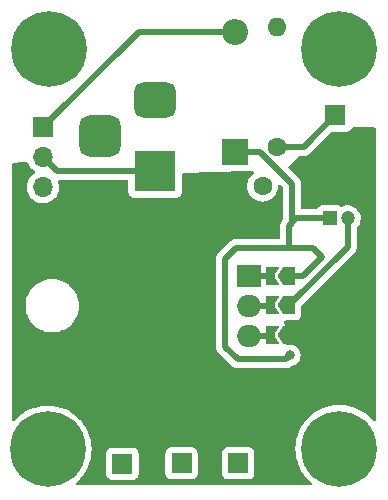
<source format=gbr>
%TF.GenerationSoftware,KiCad,Pcbnew,6.0.6+dfsg-1*%
%TF.CreationDate,2022-07-24T22:16:40+10:00*%
%TF.ProjectId,power-board,706f7765-722d-4626-9f61-72642e6b6963,rev?*%
%TF.SameCoordinates,Original*%
%TF.FileFunction,Copper,L1,Top*%
%TF.FilePolarity,Positive*%
%FSLAX46Y46*%
G04 Gerber Fmt 4.6, Leading zero omitted, Abs format (unit mm)*
G04 Created by KiCad (PCBNEW 6.0.6+dfsg-1) date 2022-07-24 22:16:40*
%MOMM*%
%LPD*%
G01*
G04 APERTURE LIST*
G04 Aperture macros list*
%AMRoundRect*
0 Rectangle with rounded corners*
0 $1 Rounding radius*
0 $2 $3 $4 $5 $6 $7 $8 $9 X,Y pos of 4 corners*
0 Add a 4 corners polygon primitive as box body*
4,1,4,$2,$3,$4,$5,$6,$7,$8,$9,$2,$3,0*
0 Add four circle primitives for the rounded corners*
1,1,$1+$1,$2,$3*
1,1,$1+$1,$4,$5*
1,1,$1+$1,$6,$7*
1,1,$1+$1,$8,$9*
0 Add four rect primitives between the rounded corners*
20,1,$1+$1,$2,$3,$4,$5,0*
20,1,$1+$1,$4,$5,$6,$7,0*
20,1,$1+$1,$6,$7,$8,$9,0*
20,1,$1+$1,$8,$9,$2,$3,0*%
%AMFreePoly0*
4,1,6,1.000000,0.000000,0.500000,-0.750000,-0.500000,-0.750000,-0.500000,0.750000,0.500000,0.750000,1.000000,0.000000,1.000000,0.000000,$1*%
%AMFreePoly1*
4,1,6,0.500000,-0.750000,-0.650000,-0.750000,-0.150000,0.000000,-0.650000,0.750000,0.500000,0.750000,0.500000,-0.750000,0.500000,-0.750000,$1*%
G04 Aperture macros list end*
%TA.AperFunction,ComponentPad*%
%ADD10C,6.400000*%
%TD*%
%TA.AperFunction,ComponentPad*%
%ADD11R,1.200000X1.200000*%
%TD*%
%TA.AperFunction,ComponentPad*%
%ADD12C,1.200000*%
%TD*%
%TA.AperFunction,SMDPad,CuDef*%
%ADD13FreePoly0,180.000000*%
%TD*%
%TA.AperFunction,SMDPad,CuDef*%
%ADD14FreePoly1,180.000000*%
%TD*%
%TA.AperFunction,ComponentPad*%
%ADD15R,1.800000X1.800000*%
%TD*%
%TA.AperFunction,ComponentPad*%
%ADD16C,1.800000*%
%TD*%
%TA.AperFunction,ComponentPad*%
%ADD17R,2.200000X2.200000*%
%TD*%
%TA.AperFunction,ComponentPad*%
%ADD18O,2.200000X2.200000*%
%TD*%
%TA.AperFunction,ComponentPad*%
%ADD19C,1.600000*%
%TD*%
%TA.AperFunction,ComponentPad*%
%ADD20O,1.600000X1.600000*%
%TD*%
%TA.AperFunction,ComponentPad*%
%ADD21R,1.700000X1.700000*%
%TD*%
%TA.AperFunction,ComponentPad*%
%ADD22O,1.700000X1.700000*%
%TD*%
%TA.AperFunction,ComponentPad*%
%ADD23R,3.500000X3.500000*%
%TD*%
%TA.AperFunction,ComponentPad*%
%ADD24RoundRect,0.750000X-1.000000X0.750000X-1.000000X-0.750000X1.000000X-0.750000X1.000000X0.750000X0*%
%TD*%
%TA.AperFunction,ComponentPad*%
%ADD25RoundRect,0.875000X-0.875000X0.875000X-0.875000X-0.875000X0.875000X-0.875000X0.875000X0.875000X0*%
%TD*%
%TA.AperFunction,ComponentPad*%
%ADD26R,2.000000X1.905000*%
%TD*%
%TA.AperFunction,ComponentPad*%
%ADD27O,2.000000X1.905000*%
%TD*%
%TA.AperFunction,ViaPad*%
%ADD28C,0.800000*%
%TD*%
%TA.AperFunction,Conductor*%
%ADD29C,0.500000*%
%TD*%
G04 APERTURE END LIST*
D10*
%TO.P,H2,1*%
%TO.N,GND*%
X160600000Y-56300000D03*
%TD*%
%TO.P,H4,1*%
%TO.N,GND*%
X160600000Y-90100000D03*
%TD*%
D11*
%TO.P,C1,1*%
%TO.N,/REG_IN*%
X159805401Y-70612000D03*
D12*
%TO.P,C1,2*%
%TO.N,GND*%
X161305401Y-70612000D03*
%TD*%
D13*
%TO.P,JP2,1,A*%
%TO.N,GND*%
X156362400Y-77978000D03*
D14*
%TO.P,JP2,2,B*%
%TO.N,/REG2*%
X154912400Y-77978000D03*
%TD*%
D13*
%TO.P,JP1,1,A*%
%TO.N,/REG_IN*%
X156362400Y-75488800D03*
D14*
%TO.P,JP1,2,B*%
%TO.N,/REG1*%
X154912400Y-75488800D03*
%TD*%
D15*
%TO.P,D2,1,K*%
%TO.N,Net-(D2-Pad1)*%
X160274000Y-61874400D03*
D16*
%TO.P,D2,2,A*%
%TO.N,/REG_OUT*%
X160274000Y-64414400D03*
%TD*%
D10*
%TO.P,H3,1*%
%TO.N,GND*%
X135915400Y-90170000D03*
%TD*%
D17*
%TO.P,D1,1,K*%
%TO.N,/REG_IN*%
X151739600Y-64947800D03*
D18*
%TO.P,D1,2,A*%
%TO.N,/PWR_SW*%
X151739600Y-54787800D03*
%TD*%
D13*
%TO.P,JP3,1,A*%
%TO.N,/REG_OUT*%
X156362400Y-80518000D03*
D14*
%TO.P,JP3,2,B*%
%TO.N,/REG3*%
X154912400Y-80518000D03*
%TD*%
D19*
%TO.P,R1,1*%
%TO.N,Net-(D2-Pad1)*%
X155346400Y-64541400D03*
D20*
%TO.P,R1,2*%
%TO.N,GND*%
X155346400Y-54381400D03*
%TD*%
D19*
%TO.P,C2,1*%
%TO.N,/REG_OUT*%
X151607200Y-67868800D03*
%TO.P,C2,2*%
%TO.N,GND*%
X154107200Y-67868800D03*
%TD*%
D21*
%TO.P,SW1,1,A*%
%TO.N,/PWR_SW*%
X135509000Y-62890400D03*
D22*
%TO.P,SW1,2,B*%
%TO.N,/PWR_RAW*%
X135509000Y-65430400D03*
%TO.P,SW1,3,C*%
%TO.N,unconnected-(SW1-Pad3)*%
X135509000Y-67970400D03*
%TD*%
D23*
%TO.P,J1,1*%
%TO.N,/PWR_RAW*%
X145008600Y-66601600D03*
D24*
%TO.P,J1,2*%
%TO.N,GND*%
X145008600Y-60601600D03*
D25*
%TO.P,J1,3*%
%TO.N,N/C*%
X140308600Y-63601600D03*
%TD*%
D21*
%TO.P,J4,1,Pin_1*%
%TO.N,GND*%
X152044400Y-91343400D03*
D22*
%TO.P,J4,2,Pin_2*%
%TO.N,/REG_OUT*%
X152044400Y-88803400D03*
%TD*%
D10*
%TO.P,H1,1*%
%TO.N,GND*%
X136000000Y-56300000D03*
%TD*%
D21*
%TO.P,J3,1,Pin_1*%
%TO.N,GND*%
X147244400Y-91343400D03*
D22*
%TO.P,J3,2,Pin_2*%
%TO.N,/REG_OUT*%
X147244400Y-88803400D03*
%TD*%
D26*
%TO.P,U1,1,IN*%
%TO.N,/REG1*%
X152960000Y-75460000D03*
D27*
%TO.P,U1,2,GND*%
%TO.N,/REG2*%
X152960000Y-78000000D03*
%TO.P,U1,3,OUT*%
%TO.N,/REG3*%
X152960000Y-80540000D03*
%TD*%
D21*
%TO.P,J2,1,Pin_1*%
%TO.N,GND*%
X142244400Y-91368400D03*
D22*
%TO.P,J2,2,Pin_2*%
%TO.N,/REG_OUT*%
X142244400Y-88828400D03*
%TD*%
D28*
%TO.N,/REG_OUT*%
X156311600Y-83769200D03*
%TO.N,/REG_IN*%
X156413200Y-82194400D03*
%TD*%
D29*
%TO.N,/REG_IN*%
X151739600Y-64947800D02*
X153847800Y-64947800D01*
X153847800Y-64947800D02*
X156616400Y-67716400D01*
X156616400Y-67716400D02*
X156616400Y-70967600D01*
X156616400Y-70967600D02*
X156362400Y-71221600D01*
%TO.N,GND*%
X156362400Y-77978000D02*
X161305401Y-73034999D01*
X161305401Y-73034999D02*
X161305401Y-70612000D01*
%TO.N,/REG_IN*%
X157530800Y-75488800D02*
X156362400Y-75488800D01*
X156362400Y-73101200D02*
X151892000Y-73101200D01*
X158394400Y-73101200D02*
X159156400Y-73863200D01*
X156362400Y-71221600D02*
X156972000Y-70612000D01*
X156972000Y-70612000D02*
X159805401Y-70612000D01*
X156362400Y-71221600D02*
X156362400Y-73101200D01*
X150926800Y-74066400D02*
X150926800Y-81483200D01*
X151892000Y-73101200D02*
X150926800Y-74066400D01*
X156362400Y-73101200D02*
X158394400Y-73101200D01*
X150926800Y-81483200D02*
X151993600Y-82550000D01*
X151993600Y-82550000D02*
X156057600Y-82550000D01*
X156057600Y-82550000D02*
X156413200Y-82194400D01*
X159156400Y-73863200D02*
X157530800Y-75488800D01*
%TO.N,Net-(D2-Pad1)*%
X157607000Y-64541400D02*
X160274000Y-61874400D01*
X155346400Y-64541400D02*
X157607000Y-64541400D01*
%TO.N,/PWR_SW*%
X151739600Y-54787800D02*
X143611600Y-54787800D01*
X143611600Y-54787800D02*
X135509000Y-62890400D01*
%TO.N,/PWR_RAW*%
X135509000Y-65430400D02*
X136680200Y-66601600D01*
X136680200Y-66601600D02*
X145008600Y-66601600D01*
%TO.N,/REG1*%
X154912400Y-75488800D02*
X152988800Y-75488800D01*
%TO.N,/REG2*%
X152960000Y-78000000D02*
X154890400Y-78000000D01*
X154890400Y-78000000D02*
X154912400Y-77978000D01*
%TO.N,/REG3*%
X152960000Y-80540000D02*
X154890400Y-80540000D01*
X154890400Y-80540000D02*
X154912400Y-80518000D01*
%TD*%
%TA.AperFunction,Conductor*%
%TO.N,/REG_OUT*%
G36*
X163566084Y-62902701D02*
G01*
X163634111Y-62923019D01*
X163680355Y-62976889D01*
X163691500Y-63028700D01*
X163691500Y-87669007D01*
X163671498Y-87737128D01*
X163617842Y-87783621D01*
X163547568Y-87793725D01*
X163482988Y-87764231D01*
X163467580Y-87748302D01*
X163361809Y-87617686D01*
X163361806Y-87617682D01*
X163359734Y-87615124D01*
X163084876Y-87340266D01*
X162782793Y-87095643D01*
X162456795Y-86883938D01*
X162453861Y-86882443D01*
X162453854Y-86882439D01*
X162113393Y-86708966D01*
X162110453Y-86707468D01*
X161747562Y-86568167D01*
X161372099Y-86467562D01*
X161168207Y-86435268D01*
X160991424Y-86407268D01*
X160991416Y-86407267D01*
X160988176Y-86406754D01*
X160600000Y-86386411D01*
X160211824Y-86406754D01*
X160208584Y-86407267D01*
X160208576Y-86407268D01*
X160031793Y-86435268D01*
X159827901Y-86467562D01*
X159452438Y-86568167D01*
X159089547Y-86707468D01*
X159086607Y-86708966D01*
X158746147Y-86882439D01*
X158746140Y-86882443D01*
X158743206Y-86883938D01*
X158417207Y-87095643D01*
X158115124Y-87340266D01*
X157840266Y-87615124D01*
X157595643Y-87917207D01*
X157593848Y-87919970D01*
X157593848Y-87919971D01*
X157551849Y-87984645D01*
X157383938Y-88243206D01*
X157382443Y-88246140D01*
X157382439Y-88246147D01*
X157208966Y-88586607D01*
X157207468Y-88589547D01*
X157068167Y-88952438D01*
X156967562Y-89327901D01*
X156906754Y-89711824D01*
X156886411Y-90100000D01*
X156906754Y-90488176D01*
X156967562Y-90872099D01*
X157068167Y-91247562D01*
X157069352Y-91250650D01*
X157069353Y-91250652D01*
X157096224Y-91320652D01*
X157207468Y-91610453D01*
X157383938Y-91956794D01*
X157595643Y-92282793D01*
X157650090Y-92350029D01*
X157837663Y-92581661D01*
X157840266Y-92584876D01*
X158115124Y-92859734D01*
X158117682Y-92861806D01*
X158117686Y-92861809D01*
X158248302Y-92967580D01*
X158288654Y-93025994D01*
X158291019Y-93096951D01*
X158254646Y-93157923D01*
X158191083Y-93189551D01*
X158169007Y-93191500D01*
X138432835Y-93191500D01*
X138364714Y-93171498D01*
X138318221Y-93117842D01*
X138308117Y-93047568D01*
X138337611Y-92982988D01*
X138353541Y-92967580D01*
X138397705Y-92931817D01*
X138397716Y-92931807D01*
X138400276Y-92929734D01*
X138675134Y-92654876D01*
X138919757Y-92352793D01*
X138956730Y-92295860D01*
X138975774Y-92266534D01*
X140885900Y-92266534D01*
X140892655Y-92328716D01*
X140943785Y-92465105D01*
X141031139Y-92581661D01*
X141147695Y-92669015D01*
X141284084Y-92720145D01*
X141346266Y-92726900D01*
X143142534Y-92726900D01*
X143204716Y-92720145D01*
X143341105Y-92669015D01*
X143457661Y-92581661D01*
X143545015Y-92465105D01*
X143596145Y-92328716D01*
X143602900Y-92266534D01*
X143602900Y-92241534D01*
X145885900Y-92241534D01*
X145892655Y-92303716D01*
X145943785Y-92440105D01*
X146031139Y-92556661D01*
X146147695Y-92644015D01*
X146284084Y-92695145D01*
X146346266Y-92701900D01*
X148142534Y-92701900D01*
X148204716Y-92695145D01*
X148341105Y-92644015D01*
X148457661Y-92556661D01*
X148545015Y-92440105D01*
X148596145Y-92303716D01*
X148602900Y-92241534D01*
X150685900Y-92241534D01*
X150692655Y-92303716D01*
X150743785Y-92440105D01*
X150831139Y-92556661D01*
X150947695Y-92644015D01*
X151084084Y-92695145D01*
X151146266Y-92701900D01*
X152942534Y-92701900D01*
X153004716Y-92695145D01*
X153141105Y-92644015D01*
X153257661Y-92556661D01*
X153345015Y-92440105D01*
X153396145Y-92303716D01*
X153402900Y-92241534D01*
X153402900Y-90445266D01*
X153396145Y-90383084D01*
X153345015Y-90246695D01*
X153257661Y-90130139D01*
X153141105Y-90042785D01*
X153004716Y-89991655D01*
X152942534Y-89984900D01*
X151146266Y-89984900D01*
X151084084Y-89991655D01*
X150947695Y-90042785D01*
X150831139Y-90130139D01*
X150743785Y-90246695D01*
X150692655Y-90383084D01*
X150685900Y-90445266D01*
X150685900Y-92241534D01*
X148602900Y-92241534D01*
X148602900Y-90445266D01*
X148596145Y-90383084D01*
X148545015Y-90246695D01*
X148457661Y-90130139D01*
X148341105Y-90042785D01*
X148204716Y-89991655D01*
X148142534Y-89984900D01*
X146346266Y-89984900D01*
X146284084Y-89991655D01*
X146147695Y-90042785D01*
X146031139Y-90130139D01*
X145943785Y-90246695D01*
X145892655Y-90383084D01*
X145885900Y-90445266D01*
X145885900Y-92241534D01*
X143602900Y-92241534D01*
X143602900Y-90470266D01*
X143596145Y-90408084D01*
X143545015Y-90271695D01*
X143457661Y-90155139D01*
X143341105Y-90067785D01*
X143204716Y-90016655D01*
X143142534Y-90009900D01*
X141346266Y-90009900D01*
X141284084Y-90016655D01*
X141147695Y-90067785D01*
X141031139Y-90155139D01*
X140943785Y-90271695D01*
X140892655Y-90408084D01*
X140885900Y-90470266D01*
X140885900Y-92266534D01*
X138975774Y-92266534D01*
X139129664Y-92029563D01*
X139129666Y-92029560D01*
X139131462Y-92026794D01*
X139168628Y-91953853D01*
X139306434Y-91683393D01*
X139307932Y-91680453D01*
X139447233Y-91317562D01*
X139547838Y-90942099D01*
X139580132Y-90738207D01*
X139608132Y-90561424D01*
X139608133Y-90561416D01*
X139608646Y-90558176D01*
X139628989Y-90170000D01*
X139608646Y-89781824D01*
X139547838Y-89397901D01*
X139447233Y-89022438D01*
X139420363Y-88952438D01*
X139309116Y-88662632D01*
X139307932Y-88659547D01*
X139131462Y-88313206D01*
X138919757Y-87987207D01*
X138698380Y-87713830D01*
X138677209Y-87687686D01*
X138677206Y-87687682D01*
X138675134Y-87685124D01*
X138400276Y-87410266D01*
X138316720Y-87342603D01*
X138100755Y-87167718D01*
X138098193Y-87165643D01*
X138095429Y-87163848D01*
X137774964Y-86955736D01*
X137774961Y-86955734D01*
X137772195Y-86953938D01*
X137769261Y-86952443D01*
X137769254Y-86952439D01*
X137428793Y-86778966D01*
X137425853Y-86777468D01*
X137062962Y-86638167D01*
X136687499Y-86537562D01*
X136483607Y-86505268D01*
X136306824Y-86477268D01*
X136306816Y-86477267D01*
X136303576Y-86476754D01*
X135915400Y-86456411D01*
X135527224Y-86476754D01*
X135523984Y-86477267D01*
X135523976Y-86477268D01*
X135347193Y-86505268D01*
X135143301Y-86537562D01*
X134767838Y-86638167D01*
X134404947Y-86777468D01*
X134402007Y-86778966D01*
X134061547Y-86952439D01*
X134061540Y-86952443D01*
X134058606Y-86953938D01*
X133732607Y-87165643D01*
X133730045Y-87167718D01*
X133514081Y-87342603D01*
X133430524Y-87410266D01*
X133155666Y-87685124D01*
X133153591Y-87687687D01*
X133132420Y-87713830D01*
X133074005Y-87754182D01*
X133003048Y-87756546D01*
X132942077Y-87720173D01*
X132910449Y-87656611D01*
X132908500Y-87634535D01*
X132908500Y-78000000D01*
X134036654Y-78000000D01*
X134036924Y-78004119D01*
X134042497Y-78089142D01*
X134056017Y-78295426D01*
X134113776Y-78585797D01*
X134115103Y-78589706D01*
X134115104Y-78589710D01*
X134162047Y-78728000D01*
X134208941Y-78866145D01*
X134216233Y-78880932D01*
X134334682Y-79121122D01*
X134339885Y-79131673D01*
X134342179Y-79135106D01*
X134431375Y-79268597D01*
X134504367Y-79377838D01*
X134507081Y-79380932D01*
X134507085Y-79380938D01*
X134659374Y-79554589D01*
X134699573Y-79600427D01*
X134702662Y-79603136D01*
X134919062Y-79792915D01*
X134919068Y-79792919D01*
X134922162Y-79795633D01*
X134925588Y-79797922D01*
X134925593Y-79797926D01*
X135003161Y-79849755D01*
X135168327Y-79960115D01*
X135172026Y-79961939D01*
X135172031Y-79961942D01*
X135308313Y-80029148D01*
X135433855Y-80091059D01*
X135437760Y-80092384D01*
X135437761Y-80092385D01*
X135710290Y-80184896D01*
X135710294Y-80184897D01*
X135714203Y-80186224D01*
X135718247Y-80187028D01*
X135718253Y-80187030D01*
X136000535Y-80243180D01*
X136000541Y-80243181D01*
X136004574Y-80243983D01*
X136008679Y-80244252D01*
X136008686Y-80244253D01*
X136295881Y-80263076D01*
X136300000Y-80263346D01*
X136304119Y-80263076D01*
X136591314Y-80244253D01*
X136591321Y-80244252D01*
X136595426Y-80243983D01*
X136599459Y-80243181D01*
X136599465Y-80243180D01*
X136881747Y-80187030D01*
X136881753Y-80187028D01*
X136885797Y-80186224D01*
X136889706Y-80184897D01*
X136889710Y-80184896D01*
X137162239Y-80092385D01*
X137162240Y-80092384D01*
X137166145Y-80091059D01*
X137291687Y-80029148D01*
X137427969Y-79961942D01*
X137427974Y-79961939D01*
X137431673Y-79960115D01*
X137596839Y-79849755D01*
X137674407Y-79797926D01*
X137674412Y-79797922D01*
X137677838Y-79795633D01*
X137680932Y-79792919D01*
X137680938Y-79792915D01*
X137897338Y-79603136D01*
X137900427Y-79600427D01*
X137940626Y-79554589D01*
X138092915Y-79380938D01*
X138092919Y-79380932D01*
X138095633Y-79377838D01*
X138168626Y-79268597D01*
X138257821Y-79135106D01*
X138260115Y-79131673D01*
X138265319Y-79121122D01*
X138383767Y-78880932D01*
X138391059Y-78866145D01*
X138437953Y-78728000D01*
X138484896Y-78589710D01*
X138484897Y-78589706D01*
X138486224Y-78585797D01*
X138543983Y-78295426D01*
X138557504Y-78089142D01*
X138563076Y-78004119D01*
X138563346Y-78000000D01*
X138543983Y-77704574D01*
X138486224Y-77414203D01*
X138409685Y-77188724D01*
X138392385Y-77137761D01*
X138392384Y-77137760D01*
X138391059Y-77133855D01*
X138289284Y-76927475D01*
X138261942Y-76872031D01*
X138261939Y-76872026D01*
X138260115Y-76868327D01*
X138220744Y-76809405D01*
X138097926Y-76625593D01*
X138097922Y-76625588D01*
X138095633Y-76622162D01*
X138092919Y-76619068D01*
X138092915Y-76619062D01*
X137903136Y-76402662D01*
X137900427Y-76399573D01*
X137897338Y-76396864D01*
X137680938Y-76207085D01*
X137680932Y-76207081D01*
X137677838Y-76204367D01*
X137674412Y-76202078D01*
X137674407Y-76202074D01*
X137435106Y-76042179D01*
X137431673Y-76039885D01*
X137427974Y-76038061D01*
X137427969Y-76038058D01*
X137291687Y-75970852D01*
X137166145Y-75908941D01*
X137162239Y-75907615D01*
X136889710Y-75815104D01*
X136889706Y-75815103D01*
X136885797Y-75813776D01*
X136881753Y-75812972D01*
X136881747Y-75812970D01*
X136599465Y-75756820D01*
X136599459Y-75756819D01*
X136595426Y-75756017D01*
X136591321Y-75755748D01*
X136591314Y-75755747D01*
X136304119Y-75736924D01*
X136300000Y-75736654D01*
X136295881Y-75736924D01*
X136008686Y-75755747D01*
X136008679Y-75755748D01*
X136004574Y-75756017D01*
X136000541Y-75756819D01*
X136000535Y-75756820D01*
X135718253Y-75812970D01*
X135718247Y-75812972D01*
X135714203Y-75813776D01*
X135710294Y-75815103D01*
X135710290Y-75815104D01*
X135437761Y-75907615D01*
X135433855Y-75908941D01*
X135308313Y-75970852D01*
X135172031Y-76038058D01*
X135172026Y-76038061D01*
X135168327Y-76039885D01*
X135164894Y-76042179D01*
X134925593Y-76202074D01*
X134925588Y-76202078D01*
X134922162Y-76204367D01*
X134919068Y-76207081D01*
X134919062Y-76207085D01*
X134702662Y-76396864D01*
X134699573Y-76399573D01*
X134696864Y-76402662D01*
X134507085Y-76619062D01*
X134507081Y-76619068D01*
X134504367Y-76622162D01*
X134502078Y-76625588D01*
X134502074Y-76625593D01*
X134379256Y-76809405D01*
X134339885Y-76868327D01*
X134338061Y-76872026D01*
X134338058Y-76872031D01*
X134310716Y-76927475D01*
X134208941Y-77133855D01*
X134207616Y-77137760D01*
X134207615Y-77137761D01*
X134190316Y-77188724D01*
X134113776Y-77414203D01*
X134056017Y-77704574D01*
X134036654Y-78000000D01*
X132908500Y-78000000D01*
X132908500Y-66033502D01*
X132928502Y-65965381D01*
X132982158Y-65918888D01*
X133027276Y-65907709D01*
X133666158Y-65871027D01*
X134118925Y-65845031D01*
X134188081Y-65861096D01*
X134237573Y-65911998D01*
X134242891Y-65923420D01*
X134290322Y-66040229D01*
X134292266Y-66045016D01*
X134343942Y-66129344D01*
X134400706Y-66221974D01*
X134408987Y-66235488D01*
X134555250Y-66404338D01*
X134727126Y-66547032D01*
X134785374Y-66581069D01*
X134800445Y-66589876D01*
X134849169Y-66641514D01*
X134862240Y-66711297D01*
X134835509Y-66777069D01*
X134795055Y-66810427D01*
X134782607Y-66816907D01*
X134778474Y-66820010D01*
X134778471Y-66820012D01*
X134608100Y-66947930D01*
X134603965Y-66951035D01*
X134449629Y-67112538D01*
X134323743Y-67297080D01*
X134229688Y-67499705D01*
X134169989Y-67714970D01*
X134146251Y-67937095D01*
X134146548Y-67942248D01*
X134146548Y-67942251D01*
X134152011Y-68036990D01*
X134159110Y-68160115D01*
X134160247Y-68165161D01*
X134160248Y-68165167D01*
X134180119Y-68253339D01*
X134208222Y-68378039D01*
X134292266Y-68585016D01*
X134408987Y-68775488D01*
X134555250Y-68944338D01*
X134727126Y-69087032D01*
X134920000Y-69199738D01*
X135128692Y-69279430D01*
X135133760Y-69280461D01*
X135133763Y-69280462D01*
X135241017Y-69302283D01*
X135347597Y-69323967D01*
X135352772Y-69324157D01*
X135352774Y-69324157D01*
X135565673Y-69331964D01*
X135565677Y-69331964D01*
X135570837Y-69332153D01*
X135575957Y-69331497D01*
X135575959Y-69331497D01*
X135787288Y-69304425D01*
X135787289Y-69304425D01*
X135792416Y-69303768D01*
X135797366Y-69302283D01*
X136001429Y-69241061D01*
X136001434Y-69241059D01*
X136006384Y-69239574D01*
X136206994Y-69141296D01*
X136388860Y-69011573D01*
X136394129Y-69006323D01*
X136540863Y-68860100D01*
X136547096Y-68853889D01*
X136581963Y-68805367D01*
X136674435Y-68676677D01*
X136677453Y-68672477D01*
X136710560Y-68605491D01*
X136774136Y-68476853D01*
X136774137Y-68476851D01*
X136776430Y-68472211D01*
X136841370Y-68258469D01*
X136870529Y-68036990D01*
X136872156Y-67970400D01*
X136853852Y-67747761D01*
X136799431Y-67531102D01*
X136797484Y-67526623D01*
X136794469Y-67455772D01*
X136830280Y-67394468D01*
X136893549Y-67362257D01*
X136916765Y-67360100D01*
X142624100Y-67360100D01*
X142692221Y-67380102D01*
X142738714Y-67433758D01*
X142750100Y-67486100D01*
X142750100Y-68399734D01*
X142756855Y-68461916D01*
X142807985Y-68598305D01*
X142895339Y-68714861D01*
X143011895Y-68802215D01*
X143148284Y-68853345D01*
X143210466Y-68860100D01*
X146806734Y-68860100D01*
X146868916Y-68853345D01*
X147005305Y-68802215D01*
X147121861Y-68714861D01*
X147209215Y-68598305D01*
X147260345Y-68461916D01*
X147267100Y-68399734D01*
X147267100Y-66922703D01*
X147287102Y-66854582D01*
X147340758Y-66808089D01*
X147388472Y-66796789D01*
X152784782Y-66598557D01*
X153260846Y-66581069D01*
X153329655Y-66598557D01*
X153378086Y-66650470D01*
X153390763Y-66720325D01*
X153363660Y-66785945D01*
X153337742Y-66810197D01*
X153331571Y-66814518D01*
X153267411Y-66859443D01*
X153267408Y-66859445D01*
X153262900Y-66862602D01*
X153101002Y-67024500D01*
X152969677Y-67212051D01*
X152967354Y-67217033D01*
X152967351Y-67217038D01*
X152879489Y-67405461D01*
X152872916Y-67419557D01*
X152871494Y-67424865D01*
X152871493Y-67424867D01*
X152838287Y-67548794D01*
X152813657Y-67640713D01*
X152793702Y-67868800D01*
X152813657Y-68096887D01*
X152815081Y-68102200D01*
X152815081Y-68102202D01*
X152858281Y-68263423D01*
X152872916Y-68318043D01*
X152875239Y-68323024D01*
X152875239Y-68323025D01*
X152967351Y-68520562D01*
X152967354Y-68520567D01*
X152969677Y-68525549D01*
X153025653Y-68605491D01*
X153097208Y-68707681D01*
X153101002Y-68713100D01*
X153262900Y-68874998D01*
X153267408Y-68878155D01*
X153267411Y-68878157D01*
X153345589Y-68932898D01*
X153450451Y-69006323D01*
X153455433Y-69008646D01*
X153455438Y-69008649D01*
X153623533Y-69087032D01*
X153657957Y-69103084D01*
X153663265Y-69104506D01*
X153663267Y-69104507D01*
X153873798Y-69160919D01*
X153873800Y-69160919D01*
X153879113Y-69162343D01*
X154107200Y-69182298D01*
X154335287Y-69162343D01*
X154340600Y-69160919D01*
X154340602Y-69160919D01*
X154551133Y-69104507D01*
X154551135Y-69104506D01*
X154556443Y-69103084D01*
X154590867Y-69087032D01*
X154758962Y-69008649D01*
X154758967Y-69008646D01*
X154763949Y-69006323D01*
X154868811Y-68932898D01*
X154946989Y-68878157D01*
X154946992Y-68878155D01*
X154951500Y-68874998D01*
X155113398Y-68713100D01*
X155117193Y-68707681D01*
X155188747Y-68605491D01*
X155244723Y-68525549D01*
X155247046Y-68520567D01*
X155247049Y-68520562D01*
X155339161Y-68323025D01*
X155339161Y-68323024D01*
X155341484Y-68318043D01*
X155356120Y-68263423D01*
X155399319Y-68102202D01*
X155399319Y-68102200D01*
X155400743Y-68096887D01*
X155419306Y-67884716D01*
X155445170Y-67818598D01*
X155502673Y-67776958D01*
X155573561Y-67773018D01*
X155633922Y-67806603D01*
X155820995Y-67993676D01*
X155855021Y-68055988D01*
X155857900Y-68082771D01*
X155857900Y-70597588D01*
X155837898Y-70665709D01*
X155827931Y-70679160D01*
X155807354Y-70703381D01*
X155800435Y-70710884D01*
X155794740Y-70716579D01*
X155792460Y-70719461D01*
X155777119Y-70738851D01*
X155774328Y-70742255D01*
X155731809Y-70792303D01*
X155727067Y-70797885D01*
X155723739Y-70804401D01*
X155720372Y-70809450D01*
X155717205Y-70814579D01*
X155712666Y-70820316D01*
X155681745Y-70886475D01*
X155679842Y-70890369D01*
X155646631Y-70955408D01*
X155644892Y-70962516D01*
X155642793Y-70968159D01*
X155640876Y-70973922D01*
X155637778Y-70980550D01*
X155636288Y-70987712D01*
X155636288Y-70987713D01*
X155622914Y-71052012D01*
X155621944Y-71056296D01*
X155604592Y-71127210D01*
X155603900Y-71138364D01*
X155603864Y-71138362D01*
X155603625Y-71142355D01*
X155603251Y-71146547D01*
X155601760Y-71153715D01*
X155601958Y-71161032D01*
X155603854Y-71231121D01*
X155603900Y-71234528D01*
X155603900Y-72216700D01*
X155583898Y-72284821D01*
X155530242Y-72331314D01*
X155477900Y-72342700D01*
X151959070Y-72342700D01*
X151940120Y-72341267D01*
X151925885Y-72339101D01*
X151925881Y-72339101D01*
X151918651Y-72338001D01*
X151911359Y-72338594D01*
X151911356Y-72338594D01*
X151865982Y-72342285D01*
X151855767Y-72342700D01*
X151847707Y-72342700D01*
X151844073Y-72343124D01*
X151844067Y-72343124D01*
X151831042Y-72344643D01*
X151819480Y-72345991D01*
X151815132Y-72346421D01*
X151742364Y-72352340D01*
X151735403Y-72354595D01*
X151729463Y-72355782D01*
X151723588Y-72357171D01*
X151716319Y-72358018D01*
X151647670Y-72382936D01*
X151643542Y-72384353D01*
X151581064Y-72404593D01*
X151581062Y-72404594D01*
X151574101Y-72406849D01*
X151567846Y-72410645D01*
X151562372Y-72413151D01*
X151556942Y-72415870D01*
X151550063Y-72418367D01*
X151543943Y-72422380D01*
X151543942Y-72422380D01*
X151489024Y-72458386D01*
X151485320Y-72460723D01*
X151422893Y-72498605D01*
X151414516Y-72506003D01*
X151414492Y-72505976D01*
X151411500Y-72508629D01*
X151408267Y-72511332D01*
X151402148Y-72515344D01*
X151372951Y-72546165D01*
X151348872Y-72571583D01*
X151346494Y-72574025D01*
X150437889Y-73482630D01*
X150423477Y-73495016D01*
X150411882Y-73503549D01*
X150411877Y-73503554D01*
X150405982Y-73507892D01*
X150401243Y-73513470D01*
X150401240Y-73513473D01*
X150371765Y-73548168D01*
X150364835Y-73555684D01*
X150359140Y-73561379D01*
X150356860Y-73564261D01*
X150341519Y-73583651D01*
X150338728Y-73587055D01*
X150311785Y-73618769D01*
X150291467Y-73642685D01*
X150288139Y-73649201D01*
X150284772Y-73654250D01*
X150281605Y-73659379D01*
X150277066Y-73665116D01*
X150246145Y-73731275D01*
X150244242Y-73735169D01*
X150211031Y-73800208D01*
X150209292Y-73807316D01*
X150207193Y-73812959D01*
X150205276Y-73818722D01*
X150202178Y-73825350D01*
X150200688Y-73832512D01*
X150200688Y-73832513D01*
X150187314Y-73896812D01*
X150186344Y-73901096D01*
X150168992Y-73972010D01*
X150168300Y-73983164D01*
X150168264Y-73983162D01*
X150168025Y-73987155D01*
X150167651Y-73991347D01*
X150166160Y-73998515D01*
X150166358Y-74005832D01*
X150168254Y-74075921D01*
X150168300Y-74079328D01*
X150168300Y-81416130D01*
X150166867Y-81435080D01*
X150163601Y-81456549D01*
X150164194Y-81463841D01*
X150164194Y-81463844D01*
X150167885Y-81509218D01*
X150168300Y-81519433D01*
X150168300Y-81527493D01*
X150168725Y-81531137D01*
X150171589Y-81555707D01*
X150172022Y-81560082D01*
X150175629Y-81604421D01*
X150177940Y-81632837D01*
X150180196Y-81639801D01*
X150181387Y-81645760D01*
X150182771Y-81651615D01*
X150183618Y-81658881D01*
X150208535Y-81727527D01*
X150209952Y-81731655D01*
X150232449Y-81801099D01*
X150236245Y-81807354D01*
X150238751Y-81812828D01*
X150241470Y-81818258D01*
X150243967Y-81825137D01*
X150247980Y-81831257D01*
X150247980Y-81831258D01*
X150283986Y-81886176D01*
X150286323Y-81889880D01*
X150324205Y-81952307D01*
X150327921Y-81956515D01*
X150327922Y-81956516D01*
X150331603Y-81960684D01*
X150331576Y-81960708D01*
X150334229Y-81963700D01*
X150336932Y-81966933D01*
X150340944Y-81973052D01*
X150397183Y-82026328D01*
X150399625Y-82028706D01*
X151409830Y-83038911D01*
X151422216Y-83053323D01*
X151430749Y-83064918D01*
X151430754Y-83064923D01*
X151435092Y-83070818D01*
X151440670Y-83075557D01*
X151440673Y-83075560D01*
X151475368Y-83105035D01*
X151482884Y-83111965D01*
X151488579Y-83117660D01*
X151491461Y-83119940D01*
X151510851Y-83135281D01*
X151514255Y-83138072D01*
X151564303Y-83180591D01*
X151569885Y-83185333D01*
X151576401Y-83188661D01*
X151581450Y-83192028D01*
X151586579Y-83195195D01*
X151592316Y-83199734D01*
X151658475Y-83230655D01*
X151662369Y-83232558D01*
X151727408Y-83265769D01*
X151734516Y-83267508D01*
X151740159Y-83269607D01*
X151745922Y-83271524D01*
X151752550Y-83274622D01*
X151759712Y-83276112D01*
X151759713Y-83276112D01*
X151824012Y-83289486D01*
X151828296Y-83290456D01*
X151899210Y-83307808D01*
X151904812Y-83308156D01*
X151904815Y-83308156D01*
X151910364Y-83308500D01*
X151910362Y-83308536D01*
X151914355Y-83308775D01*
X151918547Y-83309149D01*
X151925715Y-83310640D01*
X152003120Y-83308546D01*
X152006528Y-83308500D01*
X155990530Y-83308500D01*
X156009480Y-83309933D01*
X156023715Y-83312099D01*
X156023719Y-83312099D01*
X156030949Y-83313199D01*
X156038241Y-83312606D01*
X156038244Y-83312606D01*
X156083618Y-83308915D01*
X156093833Y-83308500D01*
X156101893Y-83308500D01*
X156119280Y-83306473D01*
X156130107Y-83305211D01*
X156134482Y-83304778D01*
X156199939Y-83299454D01*
X156199942Y-83299453D01*
X156207237Y-83298860D01*
X156214201Y-83296604D01*
X156220160Y-83295413D01*
X156226015Y-83294029D01*
X156233281Y-83293182D01*
X156301927Y-83268265D01*
X156306055Y-83266848D01*
X156368536Y-83246607D01*
X156368538Y-83246606D01*
X156375499Y-83244351D01*
X156381754Y-83240555D01*
X156387228Y-83238049D01*
X156392658Y-83235330D01*
X156399537Y-83232833D01*
X156405658Y-83228820D01*
X156460576Y-83192814D01*
X156464280Y-83190477D01*
X156526707Y-83152595D01*
X156535084Y-83145197D01*
X156535108Y-83145224D01*
X156538100Y-83142571D01*
X156541333Y-83139868D01*
X156547452Y-83135856D01*
X156569370Y-83112720D01*
X156634642Y-83076127D01*
X156695488Y-83063194D01*
X156717659Y-83053323D01*
X156863922Y-82988203D01*
X156863924Y-82988202D01*
X156869952Y-82985518D01*
X157024453Y-82873266D01*
X157152240Y-82731344D01*
X157247727Y-82565956D01*
X157306742Y-82384328D01*
X157326704Y-82194400D01*
X157306742Y-82004472D01*
X157247727Y-81822844D01*
X157235173Y-81801099D01*
X157195079Y-81731655D01*
X157152240Y-81657456D01*
X157096484Y-81595532D01*
X157028875Y-81520445D01*
X157028874Y-81520444D01*
X157024453Y-81515534D01*
X156869952Y-81403282D01*
X156863924Y-81400598D01*
X156863922Y-81400597D01*
X156701519Y-81328291D01*
X156701518Y-81328291D01*
X156695488Y-81325606D01*
X156583260Y-81301751D01*
X156515144Y-81287272D01*
X156515139Y-81287272D01*
X156508687Y-81285900D01*
X156317713Y-81285900D01*
X156311258Y-81287272D01*
X156311249Y-81287273D01*
X156217729Y-81307152D01*
X156146938Y-81301751D01*
X156090305Y-81258935D01*
X156067132Y-81203930D01*
X156054250Y-81123903D01*
X156052818Y-81115004D01*
X155989848Y-80983034D01*
X155726420Y-80587892D01*
X155705276Y-80520117D01*
X155726420Y-80448108D01*
X155988451Y-80055062D01*
X155988455Y-80055056D01*
X155989848Y-80052966D01*
X156029704Y-79981411D01*
X156070900Y-79841111D01*
X156070900Y-79694889D01*
X156043959Y-79603136D01*
X156032243Y-79563235D01*
X156032242Y-79563233D01*
X156029704Y-79554589D01*
X156007791Y-79520491D01*
X155953395Y-79435850D01*
X155933393Y-79367729D01*
X155953395Y-79299608D01*
X156007051Y-79253115D01*
X156059393Y-79241729D01*
X156862400Y-79241729D01*
X156894386Y-79239441D01*
X156928773Y-79236982D01*
X156928774Y-79236982D01*
X156935511Y-79236500D01*
X157015018Y-79213155D01*
X157067165Y-79197843D01*
X157067167Y-79197842D01*
X157075811Y-79195304D01*
X157157358Y-79142897D01*
X157191241Y-79121122D01*
X157191244Y-79121120D01*
X157198821Y-79116250D01*
X157204722Y-79109440D01*
X157288674Y-79012555D01*
X157288676Y-79012552D01*
X157294576Y-79005743D01*
X157355319Y-78872734D01*
X157376129Y-78728000D01*
X157376129Y-78089142D01*
X157396131Y-78021021D01*
X157413034Y-78000047D01*
X161794312Y-73618769D01*
X161808724Y-73606383D01*
X161820319Y-73597850D01*
X161820324Y-73597845D01*
X161826219Y-73593507D01*
X161830958Y-73587929D01*
X161830961Y-73587926D01*
X161860436Y-73553231D01*
X161867366Y-73545715D01*
X161873061Y-73540020D01*
X161890682Y-73517748D01*
X161893473Y-73514344D01*
X161935992Y-73464296D01*
X161935993Y-73464294D01*
X161940734Y-73458714D01*
X161944062Y-73452198D01*
X161947429Y-73447149D01*
X161950596Y-73442020D01*
X161955135Y-73436283D01*
X161986056Y-73370124D01*
X161987962Y-73366224D01*
X161999419Y-73343787D01*
X162021170Y-73301191D01*
X162022909Y-73294083D01*
X162025008Y-73288440D01*
X162026925Y-73282677D01*
X162030023Y-73276049D01*
X162044888Y-73204582D01*
X162045858Y-73200298D01*
X162061874Y-73134844D01*
X162063209Y-73129389D01*
X162063901Y-73118235D01*
X162063937Y-73118237D01*
X162064176Y-73114244D01*
X162064550Y-73110052D01*
X162066041Y-73102884D01*
X162063947Y-73025478D01*
X162063901Y-73022071D01*
X162063901Y-71479226D01*
X162083903Y-71411105D01*
X162093027Y-71398657D01*
X162219161Y-71246997D01*
X162222859Y-71242551D01*
X162322405Y-71064799D01*
X162324261Y-71059332D01*
X162324263Y-71059327D01*
X162386035Y-70877352D01*
X162386036Y-70877347D01*
X162387891Y-70871883D01*
X162417124Y-70670263D01*
X162418650Y-70612000D01*
X162400009Y-70409126D01*
X162344708Y-70213047D01*
X162254602Y-70030329D01*
X162132706Y-69867091D01*
X161983104Y-69728800D01*
X161937076Y-69699759D01*
X161815689Y-69623169D01*
X161815684Y-69623167D01*
X161810805Y-69620088D01*
X161621581Y-69544595D01*
X161421767Y-69504849D01*
X161415993Y-69504773D01*
X161415989Y-69504773D01*
X161312853Y-69503424D01*
X161218056Y-69502183D01*
X161212359Y-69503162D01*
X161212358Y-69503162D01*
X161022968Y-69535705D01*
X161017271Y-69536684D01*
X160826135Y-69607198D01*
X160824999Y-69607874D01*
X160756332Y-69618918D01*
X160696616Y-69594744D01*
X160659293Y-69566771D01*
X160659291Y-69566770D01*
X160652106Y-69561385D01*
X160515717Y-69510255D01*
X160453535Y-69503500D01*
X159157267Y-69503500D01*
X159095085Y-69510255D01*
X158958696Y-69561385D01*
X158842140Y-69648739D01*
X158754786Y-69765295D01*
X158751634Y-69773704D01*
X158747324Y-69781575D01*
X158745660Y-69780664D01*
X158709738Y-69828490D01*
X158643177Y-69853193D01*
X158634392Y-69853500D01*
X157500900Y-69853500D01*
X157432779Y-69833498D01*
X157386286Y-69779842D01*
X157374900Y-69727500D01*
X157374900Y-67783470D01*
X157376333Y-67764520D01*
X157378499Y-67750285D01*
X157378499Y-67750281D01*
X157379599Y-67743051D01*
X157375315Y-67690382D01*
X157374900Y-67680167D01*
X157374900Y-67672107D01*
X157371609Y-67643880D01*
X157371178Y-67639521D01*
X157365854Y-67574062D01*
X157365853Y-67574059D01*
X157365260Y-67566764D01*
X157363004Y-67559800D01*
X157361817Y-67553861D01*
X157360430Y-67547990D01*
X157359582Y-67540719D01*
X157357086Y-67533843D01*
X157357084Y-67533834D01*
X157334675Y-67472102D01*
X157333265Y-67467998D01*
X157310752Y-67398501D01*
X157306956Y-67392246D01*
X157304457Y-67386787D01*
X157301729Y-67381339D01*
X157299233Y-67374463D01*
X157259205Y-67313410D01*
X157256881Y-67309727D01*
X157221904Y-67252086D01*
X157221901Y-67252082D01*
X157218995Y-67247293D01*
X157215286Y-67243094D01*
X157215283Y-67243089D01*
X157211597Y-67238916D01*
X157211624Y-67238892D01*
X157208971Y-67235900D01*
X157206268Y-67232667D01*
X157202256Y-67226548D01*
X157146017Y-67173272D01*
X157143575Y-67170894D01*
X156327782Y-66355101D01*
X156293756Y-66292789D01*
X156298821Y-66221974D01*
X156330134Y-66174618D01*
X156573392Y-65943725D01*
X157215230Y-65334511D01*
X157278407Y-65302123D01*
X157301972Y-65299900D01*
X157539930Y-65299900D01*
X157558880Y-65301333D01*
X157573115Y-65303499D01*
X157573119Y-65303499D01*
X157580349Y-65304599D01*
X157587641Y-65304006D01*
X157587644Y-65304006D01*
X157633018Y-65300315D01*
X157643233Y-65299900D01*
X157651293Y-65299900D01*
X157664583Y-65298351D01*
X157679507Y-65296611D01*
X157683882Y-65296178D01*
X157749339Y-65290854D01*
X157749342Y-65290853D01*
X157756637Y-65290260D01*
X157763601Y-65288004D01*
X157769560Y-65286813D01*
X157775415Y-65285429D01*
X157782681Y-65284582D01*
X157851327Y-65259665D01*
X157855455Y-65258248D01*
X157917936Y-65238007D01*
X157917938Y-65238006D01*
X157924899Y-65235751D01*
X157931154Y-65231955D01*
X157936628Y-65229449D01*
X157942058Y-65226730D01*
X157948937Y-65224233D01*
X158009976Y-65184214D01*
X158013680Y-65181877D01*
X158076107Y-65143995D01*
X158084484Y-65136597D01*
X158084508Y-65136624D01*
X158087500Y-65133971D01*
X158090733Y-65131268D01*
X158096852Y-65127256D01*
X158150128Y-65071017D01*
X158152506Y-65068575D01*
X159901276Y-63319805D01*
X159963588Y-63285779D01*
X159990371Y-63282900D01*
X161222134Y-63282900D01*
X161284316Y-63276145D01*
X161420705Y-63225015D01*
X161537261Y-63137661D01*
X161618923Y-63028700D01*
X161619233Y-63028287D01*
X161619235Y-63028284D01*
X161624615Y-63021105D01*
X161641484Y-62976108D01*
X161684125Y-62919345D01*
X161750686Y-62894645D01*
X161760043Y-62894340D01*
X163566084Y-62902701D01*
G37*
%TD.AperFunction*%
%TD*%
M02*

</source>
